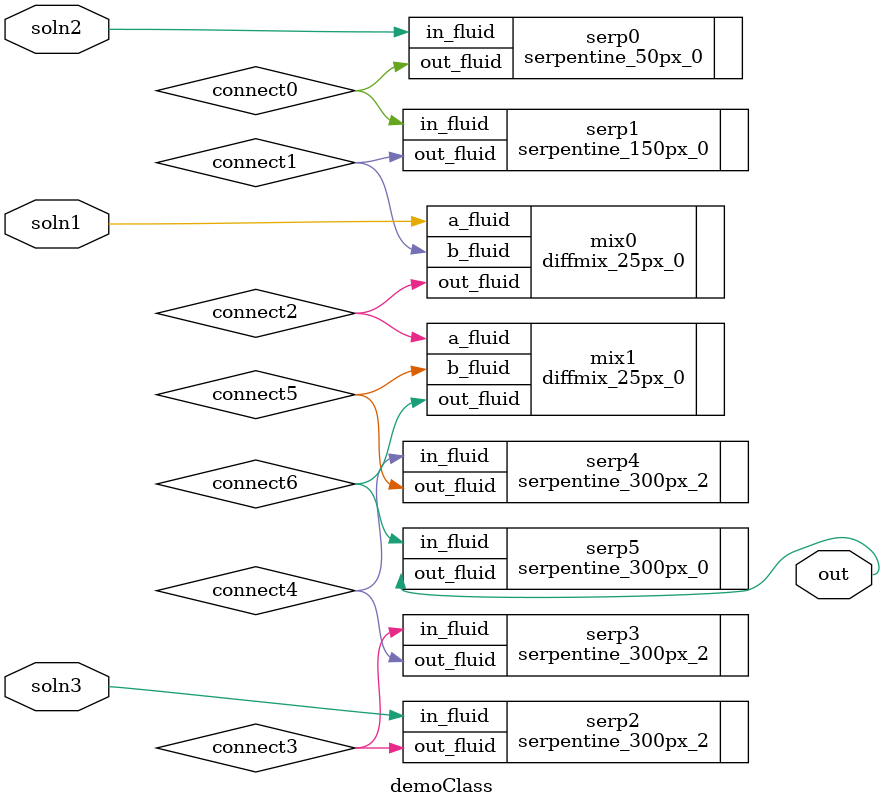
<source format=v>
module demoClass (out,
    soln1,
    soln2,
    soln3);
 output out;
 input soln1;
 input soln2;
 input soln3;

 wire connect0;
 wire connect1;
 wire connect2;
 wire connect3;
 wire connect4;
 wire connect5;
 wire connect6;

 diffmix_25px_0 mix0 (.a_fluid(soln1),
    .b_fluid(connect1),
    .out_fluid(connect2));
 diffmix_25px_0 mix1 (.a_fluid(connect2),
    .b_fluid(connect5),
    .out_fluid(connect6));
 serpentine_50px_0 serp0 (.in_fluid(soln2),
    .out_fluid(connect0));
 serpentine_150px_0 serp1 (.in_fluid(connect0),
    .out_fluid(connect1));
 serpentine_300px_2 serp2 (.in_fluid(soln3),
    .out_fluid(connect3));
 serpentine_300px_2 serp3 (.in_fluid(connect3),
    .out_fluid(connect4));
 serpentine_300px_2 serp4 (.in_fluid(connect4),
    .out_fluid(connect5));
 serpentine_300px_0 serp5 (.in_fluid(connect6),
    .out_fluid(out));
endmodule

</source>
